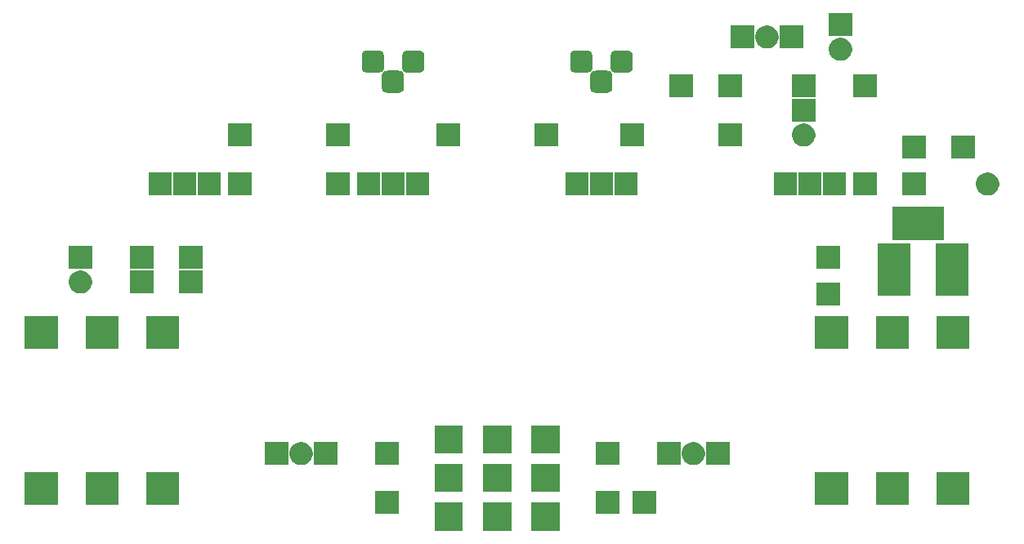
<source format=gbr>
G04 #@! TF.GenerationSoftware,KiCad,Pcbnew,5.1.6-c6e7f7d~87~ubuntu19.10.1*
G04 #@! TF.CreationDate,2022-01-09T17:14:56+06:00*
G04 #@! TF.ProjectId,fuzz_factory_r1d_r1c,66757a7a-5f66-4616-9374-6f72795f7231,MB:1D/PB:1C*
G04 #@! TF.SameCoordinates,Original*
G04 #@! TF.FileFunction,Soldermask,Bot*
G04 #@! TF.FilePolarity,Negative*
%FSLAX46Y46*%
G04 Gerber Fmt 4.6, Leading zero omitted, Abs format (unit mm)*
G04 Created by KiCad (PCBNEW 5.1.6-c6e7f7d~87~ubuntu19.10.1) date 2022-01-09 17:14:56*
%MOMM*%
%LPD*%
G01*
G04 APERTURE LIST*
%ADD10C,0.100000*%
G04 APERTURE END LIST*
D10*
G36*
X153770000Y-141340000D02*
G01*
X150870000Y-141340000D01*
X150870000Y-138440000D01*
X153770000Y-138440000D01*
X153770000Y-141340000D01*
G37*
G36*
X148770000Y-141340000D02*
G01*
X145870000Y-141340000D01*
X145870000Y-138440000D01*
X148770000Y-138440000D01*
X148770000Y-141340000D01*
G37*
G36*
X143770000Y-141340000D02*
G01*
X140870000Y-141340000D01*
X140870000Y-138440000D01*
X143770000Y-138440000D01*
X143770000Y-141340000D01*
G37*
G36*
X137090000Y-139630000D02*
G01*
X134690000Y-139630000D01*
X134690000Y-137230000D01*
X137090000Y-137230000D01*
X137090000Y-139630000D01*
G37*
G36*
X163760000Y-139630000D02*
G01*
X161360000Y-139630000D01*
X161360000Y-137230000D01*
X163760000Y-137230000D01*
X163760000Y-139630000D01*
G37*
G36*
X159950000Y-139630000D02*
G01*
X157550000Y-139630000D01*
X157550000Y-137230000D01*
X159950000Y-137230000D01*
X159950000Y-139630000D01*
G37*
G36*
X183655000Y-138705000D02*
G01*
X180255000Y-138705000D01*
X180255000Y-135305000D01*
X183655000Y-135305000D01*
X183655000Y-138705000D01*
G37*
G36*
X189955000Y-138705000D02*
G01*
X186555000Y-138705000D01*
X186555000Y-135305000D01*
X189955000Y-135305000D01*
X189955000Y-138705000D01*
G37*
G36*
X101785000Y-138705000D02*
G01*
X98385000Y-138705000D01*
X98385000Y-135305000D01*
X101785000Y-135305000D01*
X101785000Y-138705000D01*
G37*
G36*
X108085000Y-138705000D02*
G01*
X104685000Y-138705000D01*
X104685000Y-135305000D01*
X108085000Y-135305000D01*
X108085000Y-138705000D01*
G37*
G36*
X114385000Y-138705000D02*
G01*
X110985000Y-138705000D01*
X110985000Y-135305000D01*
X114385000Y-135305000D01*
X114385000Y-138705000D01*
G37*
G36*
X196255000Y-138705000D02*
G01*
X192855000Y-138705000D01*
X192855000Y-135305000D01*
X196255000Y-135305000D01*
X196255000Y-138705000D01*
G37*
G36*
X153770000Y-137340000D02*
G01*
X150870000Y-137340000D01*
X150870000Y-134440000D01*
X153770000Y-134440000D01*
X153770000Y-137340000D01*
G37*
G36*
X148770000Y-137340000D02*
G01*
X145870000Y-137340000D01*
X145870000Y-134440000D01*
X148770000Y-134440000D01*
X148770000Y-137340000D01*
G37*
G36*
X143770000Y-137340000D02*
G01*
X140870000Y-137340000D01*
X140870000Y-134440000D01*
X143770000Y-134440000D01*
X143770000Y-137340000D01*
G37*
G36*
X166300000Y-134550000D02*
G01*
X163900000Y-134550000D01*
X163900000Y-132150000D01*
X166300000Y-132150000D01*
X166300000Y-134550000D01*
G37*
G36*
X167990025Y-132196115D02*
G01*
X167990028Y-132196116D01*
X167990027Y-132196116D01*
X168208413Y-132286574D01*
X168404955Y-132417899D01*
X168572101Y-132585045D01*
X168703426Y-132781587D01*
X168703427Y-132781589D01*
X168793885Y-132999975D01*
X168840000Y-133231809D01*
X168840000Y-133468191D01*
X168793885Y-133700025D01*
X168793884Y-133700027D01*
X168703426Y-133918413D01*
X168572101Y-134114955D01*
X168404955Y-134282101D01*
X168208413Y-134413426D01*
X168208412Y-134413427D01*
X168208411Y-134413427D01*
X167990025Y-134503885D01*
X167758191Y-134550000D01*
X167521809Y-134550000D01*
X167289975Y-134503885D01*
X167071589Y-134413427D01*
X167071588Y-134413427D01*
X167071587Y-134413426D01*
X166875045Y-134282101D01*
X166707899Y-134114955D01*
X166576574Y-133918413D01*
X166486116Y-133700027D01*
X166486115Y-133700025D01*
X166440000Y-133468191D01*
X166440000Y-133231809D01*
X166486115Y-132999975D01*
X166576573Y-132781589D01*
X166576574Y-132781587D01*
X166707899Y-132585045D01*
X166875045Y-132417899D01*
X167071587Y-132286574D01*
X167289973Y-132196116D01*
X167289972Y-132196116D01*
X167289975Y-132196115D01*
X167521809Y-132150000D01*
X167758191Y-132150000D01*
X167990025Y-132196115D01*
G37*
G36*
X171380000Y-134550000D02*
G01*
X168980000Y-134550000D01*
X168980000Y-132150000D01*
X171380000Y-132150000D01*
X171380000Y-134550000D01*
G37*
G36*
X127350025Y-132196115D02*
G01*
X127350028Y-132196116D01*
X127350027Y-132196116D01*
X127568413Y-132286574D01*
X127764955Y-132417899D01*
X127932101Y-132585045D01*
X128063426Y-132781587D01*
X128063427Y-132781589D01*
X128153885Y-132999975D01*
X128200000Y-133231809D01*
X128200000Y-133468191D01*
X128153885Y-133700025D01*
X128153884Y-133700027D01*
X128063426Y-133918413D01*
X127932101Y-134114955D01*
X127764955Y-134282101D01*
X127568413Y-134413426D01*
X127568412Y-134413427D01*
X127568411Y-134413427D01*
X127350025Y-134503885D01*
X127118191Y-134550000D01*
X126881809Y-134550000D01*
X126649975Y-134503885D01*
X126431589Y-134413427D01*
X126431588Y-134413427D01*
X126431587Y-134413426D01*
X126235045Y-134282101D01*
X126067899Y-134114955D01*
X125936574Y-133918413D01*
X125846116Y-133700027D01*
X125846115Y-133700025D01*
X125800000Y-133468191D01*
X125800000Y-133231809D01*
X125846115Y-132999975D01*
X125936573Y-132781589D01*
X125936574Y-132781587D01*
X126067899Y-132585045D01*
X126235045Y-132417899D01*
X126431587Y-132286574D01*
X126649973Y-132196116D01*
X126649972Y-132196116D01*
X126649975Y-132196115D01*
X126881809Y-132150000D01*
X127118191Y-132150000D01*
X127350025Y-132196115D01*
G37*
G36*
X130740000Y-134550000D02*
G01*
X128340000Y-134550000D01*
X128340000Y-132150000D01*
X130740000Y-132150000D01*
X130740000Y-134550000D01*
G37*
G36*
X137090000Y-134550000D02*
G01*
X134690000Y-134550000D01*
X134690000Y-132150000D01*
X137090000Y-132150000D01*
X137090000Y-134550000D01*
G37*
G36*
X125660000Y-134550000D02*
G01*
X123260000Y-134550000D01*
X123260000Y-132150000D01*
X125660000Y-132150000D01*
X125660000Y-134550000D01*
G37*
G36*
X159950000Y-134550000D02*
G01*
X157550000Y-134550000D01*
X157550000Y-132150000D01*
X159950000Y-132150000D01*
X159950000Y-134550000D01*
G37*
G36*
X148770000Y-133340000D02*
G01*
X145870000Y-133340000D01*
X145870000Y-130440000D01*
X148770000Y-130440000D01*
X148770000Y-133340000D01*
G37*
G36*
X143770000Y-133340000D02*
G01*
X140870000Y-133340000D01*
X140870000Y-130440000D01*
X143770000Y-130440000D01*
X143770000Y-133340000D01*
G37*
G36*
X153770000Y-133340000D02*
G01*
X150870000Y-133340000D01*
X150870000Y-130440000D01*
X153770000Y-130440000D01*
X153770000Y-133340000D01*
G37*
G36*
X196255000Y-122505000D02*
G01*
X192855000Y-122505000D01*
X192855000Y-119105000D01*
X196255000Y-119105000D01*
X196255000Y-122505000D01*
G37*
G36*
X183655000Y-122505000D02*
G01*
X180255000Y-122505000D01*
X180255000Y-119105000D01*
X183655000Y-119105000D01*
X183655000Y-122505000D01*
G37*
G36*
X108085000Y-122505000D02*
G01*
X104685000Y-122505000D01*
X104685000Y-119105000D01*
X108085000Y-119105000D01*
X108085000Y-122505000D01*
G37*
G36*
X101785000Y-122505000D02*
G01*
X98385000Y-122505000D01*
X98385000Y-119105000D01*
X101785000Y-119105000D01*
X101785000Y-122505000D01*
G37*
G36*
X189955000Y-122505000D02*
G01*
X186555000Y-122505000D01*
X186555000Y-119105000D01*
X189955000Y-119105000D01*
X189955000Y-122505000D01*
G37*
G36*
X114385000Y-122505000D02*
G01*
X110985000Y-122505000D01*
X110985000Y-119105000D01*
X114385000Y-119105000D01*
X114385000Y-122505000D01*
G37*
G36*
X182810000Y-118040000D02*
G01*
X180410000Y-118040000D01*
X180410000Y-115640000D01*
X182810000Y-115640000D01*
X182810000Y-118040000D01*
G37*
G36*
X196130000Y-117000000D02*
G01*
X192730000Y-117000000D01*
X192730000Y-111600000D01*
X196130000Y-111600000D01*
X196130000Y-117000000D01*
G37*
G36*
X190130000Y-117000000D02*
G01*
X186730000Y-117000000D01*
X186730000Y-111600000D01*
X190130000Y-111600000D01*
X190130000Y-117000000D01*
G37*
G36*
X116770000Y-116770000D02*
G01*
X114370000Y-116770000D01*
X114370000Y-114370000D01*
X116770000Y-114370000D01*
X116770000Y-116770000D01*
G37*
G36*
X111690000Y-116770000D02*
G01*
X109290000Y-116770000D01*
X109290000Y-114370000D01*
X111690000Y-114370000D01*
X111690000Y-116770000D01*
G37*
G36*
X104490025Y-114416115D02*
G01*
X104490028Y-114416116D01*
X104490027Y-114416116D01*
X104708413Y-114506574D01*
X104904955Y-114637899D01*
X105072101Y-114805045D01*
X105203426Y-115001587D01*
X105203427Y-115001589D01*
X105293885Y-115219975D01*
X105340000Y-115451809D01*
X105340000Y-115688191D01*
X105293885Y-115920025D01*
X105293884Y-115920027D01*
X105203426Y-116138413D01*
X105072101Y-116334955D01*
X104904955Y-116502101D01*
X104708413Y-116633426D01*
X104708412Y-116633427D01*
X104708411Y-116633427D01*
X104490025Y-116723885D01*
X104258191Y-116770000D01*
X104021809Y-116770000D01*
X103789975Y-116723885D01*
X103571589Y-116633427D01*
X103571588Y-116633427D01*
X103571587Y-116633426D01*
X103375045Y-116502101D01*
X103207899Y-116334955D01*
X103076574Y-116138413D01*
X102986116Y-115920027D01*
X102986115Y-115920025D01*
X102940000Y-115688191D01*
X102940000Y-115451809D01*
X102986115Y-115219975D01*
X103076573Y-115001589D01*
X103076574Y-115001587D01*
X103207899Y-114805045D01*
X103375045Y-114637899D01*
X103571587Y-114506574D01*
X103789973Y-114416116D01*
X103789972Y-114416116D01*
X103789975Y-114416115D01*
X104021809Y-114370000D01*
X104258191Y-114370000D01*
X104490025Y-114416115D01*
G37*
G36*
X182810000Y-114230000D02*
G01*
X180410000Y-114230000D01*
X180410000Y-111830000D01*
X182810000Y-111830000D01*
X182810000Y-114230000D01*
G37*
G36*
X105340000Y-114230000D02*
G01*
X102940000Y-114230000D01*
X102940000Y-111830000D01*
X105340000Y-111830000D01*
X105340000Y-114230000D01*
G37*
G36*
X116770000Y-114230000D02*
G01*
X114370000Y-114230000D01*
X114370000Y-111830000D01*
X116770000Y-111830000D01*
X116770000Y-114230000D01*
G37*
G36*
X111690000Y-114230000D02*
G01*
X109290000Y-114230000D01*
X109290000Y-111830000D01*
X111690000Y-111830000D01*
X111690000Y-114230000D01*
G37*
G36*
X193630000Y-111200000D02*
G01*
X188230000Y-111200000D01*
X188230000Y-107800000D01*
X193630000Y-107800000D01*
X193630000Y-111200000D01*
G37*
G36*
X135185000Y-106610000D02*
G01*
X132785000Y-106610000D01*
X132785000Y-104210000D01*
X135185000Y-104210000D01*
X135185000Y-106610000D01*
G37*
G36*
X116135000Y-106610000D02*
G01*
X113735000Y-106610000D01*
X113735000Y-104210000D01*
X116135000Y-104210000D01*
X116135000Y-106610000D01*
G37*
G36*
X198470025Y-104256115D02*
G01*
X198470028Y-104256116D01*
X198470027Y-104256116D01*
X198688413Y-104346574D01*
X198884955Y-104477899D01*
X199052101Y-104645045D01*
X199183426Y-104841587D01*
X199183427Y-104841589D01*
X199273885Y-105059975D01*
X199320000Y-105291809D01*
X199320000Y-105528191D01*
X199273885Y-105760025D01*
X199273884Y-105760027D01*
X199183426Y-105978413D01*
X199052101Y-106174955D01*
X198884955Y-106342101D01*
X198688413Y-106473426D01*
X198688412Y-106473427D01*
X198688411Y-106473427D01*
X198470025Y-106563885D01*
X198238191Y-106610000D01*
X198001809Y-106610000D01*
X197769975Y-106563885D01*
X197551589Y-106473427D01*
X197551588Y-106473427D01*
X197551587Y-106473426D01*
X197355045Y-106342101D01*
X197187899Y-106174955D01*
X197056574Y-105978413D01*
X196966116Y-105760027D01*
X196966115Y-105760025D01*
X196920000Y-105528191D01*
X196920000Y-105291809D01*
X196966115Y-105059975D01*
X197056573Y-104841589D01*
X197056574Y-104841587D01*
X197187899Y-104645045D01*
X197355045Y-104477899D01*
X197551587Y-104346574D01*
X197769973Y-104256116D01*
X197769972Y-104256116D01*
X197769975Y-104256115D01*
X198001809Y-104210000D01*
X198238191Y-104210000D01*
X198470025Y-104256115D01*
G37*
G36*
X183445000Y-106610000D02*
G01*
X181045000Y-106610000D01*
X181045000Y-104210000D01*
X183445000Y-104210000D01*
X183445000Y-106610000D01*
G37*
G36*
X186620000Y-106610000D02*
G01*
X184220000Y-106610000D01*
X184220000Y-104210000D01*
X186620000Y-104210000D01*
X186620000Y-106610000D01*
G37*
G36*
X118675000Y-106610000D02*
G01*
X116275000Y-106610000D01*
X116275000Y-104210000D01*
X118675000Y-104210000D01*
X118675000Y-106610000D01*
G37*
G36*
X191700000Y-106610000D02*
G01*
X189300000Y-106610000D01*
X189300000Y-104210000D01*
X191700000Y-104210000D01*
X191700000Y-106610000D01*
G37*
G36*
X113595000Y-106610000D02*
G01*
X111195000Y-106610000D01*
X111195000Y-104210000D01*
X113595000Y-104210000D01*
X113595000Y-106610000D01*
G37*
G36*
X121850000Y-106610000D02*
G01*
X119450000Y-106610000D01*
X119450000Y-104210000D01*
X121850000Y-104210000D01*
X121850000Y-106610000D01*
G37*
G36*
X132010000Y-106610000D02*
G01*
X129610000Y-106610000D01*
X129610000Y-104210000D01*
X132010000Y-104210000D01*
X132010000Y-106610000D01*
G37*
G36*
X180905000Y-106610000D02*
G01*
X178505000Y-106610000D01*
X178505000Y-104210000D01*
X180905000Y-104210000D01*
X180905000Y-106610000D01*
G37*
G36*
X178365000Y-106610000D02*
G01*
X175965000Y-106610000D01*
X175965000Y-104210000D01*
X178365000Y-104210000D01*
X178365000Y-106610000D01*
G37*
G36*
X161855000Y-106610000D02*
G01*
X159455000Y-106610000D01*
X159455000Y-104210000D01*
X161855000Y-104210000D01*
X161855000Y-106610000D01*
G37*
G36*
X159315000Y-106610000D02*
G01*
X156915000Y-106610000D01*
X156915000Y-104210000D01*
X159315000Y-104210000D01*
X159315000Y-106610000D01*
G37*
G36*
X156775000Y-106610000D02*
G01*
X154375000Y-106610000D01*
X154375000Y-104210000D01*
X156775000Y-104210000D01*
X156775000Y-106610000D01*
G37*
G36*
X140265000Y-106610000D02*
G01*
X137865000Y-106610000D01*
X137865000Y-104210000D01*
X140265000Y-104210000D01*
X140265000Y-106610000D01*
G37*
G36*
X137725000Y-106610000D02*
G01*
X135325000Y-106610000D01*
X135325000Y-104210000D01*
X137725000Y-104210000D01*
X137725000Y-106610000D01*
G37*
G36*
X196780000Y-102800000D02*
G01*
X194380000Y-102800000D01*
X194380000Y-100400000D01*
X196780000Y-100400000D01*
X196780000Y-102800000D01*
G37*
G36*
X191700000Y-102800000D02*
G01*
X189300000Y-102800000D01*
X189300000Y-100400000D01*
X191700000Y-100400000D01*
X191700000Y-102800000D01*
G37*
G36*
X179420025Y-99176115D02*
G01*
X179420028Y-99176116D01*
X179420027Y-99176116D01*
X179638413Y-99266574D01*
X179834955Y-99397899D01*
X180002101Y-99565045D01*
X180133426Y-99761587D01*
X180133427Y-99761589D01*
X180223885Y-99979975D01*
X180270000Y-100211809D01*
X180270000Y-100448191D01*
X180223885Y-100680025D01*
X180223884Y-100680027D01*
X180133426Y-100898413D01*
X180002101Y-101094955D01*
X179834955Y-101262101D01*
X179638413Y-101393426D01*
X179638412Y-101393427D01*
X179638411Y-101393427D01*
X179420025Y-101483885D01*
X179188191Y-101530000D01*
X178951809Y-101530000D01*
X178719975Y-101483885D01*
X178501589Y-101393427D01*
X178501588Y-101393427D01*
X178501587Y-101393426D01*
X178305045Y-101262101D01*
X178137899Y-101094955D01*
X178006574Y-100898413D01*
X177916116Y-100680027D01*
X177916115Y-100680025D01*
X177870000Y-100448191D01*
X177870000Y-100211809D01*
X177916115Y-99979975D01*
X178006573Y-99761589D01*
X178006574Y-99761587D01*
X178137899Y-99565045D01*
X178305045Y-99397899D01*
X178501587Y-99266574D01*
X178719973Y-99176116D01*
X178719972Y-99176116D01*
X178719975Y-99176115D01*
X178951809Y-99130000D01*
X179188191Y-99130000D01*
X179420025Y-99176115D01*
G37*
G36*
X153600000Y-101530000D02*
G01*
X151200000Y-101530000D01*
X151200000Y-99130000D01*
X153600000Y-99130000D01*
X153600000Y-101530000D01*
G37*
G36*
X121850000Y-101530000D02*
G01*
X119450000Y-101530000D01*
X119450000Y-99130000D01*
X121850000Y-99130000D01*
X121850000Y-101530000D01*
G37*
G36*
X162490000Y-101530000D02*
G01*
X160090000Y-101530000D01*
X160090000Y-99130000D01*
X162490000Y-99130000D01*
X162490000Y-101530000D01*
G37*
G36*
X132010000Y-101530000D02*
G01*
X129610000Y-101530000D01*
X129610000Y-99130000D01*
X132010000Y-99130000D01*
X132010000Y-101530000D01*
G37*
G36*
X172650000Y-101530000D02*
G01*
X170250000Y-101530000D01*
X170250000Y-99130000D01*
X172650000Y-99130000D01*
X172650000Y-101530000D01*
G37*
G36*
X143440000Y-101530000D02*
G01*
X141040000Y-101530000D01*
X141040000Y-99130000D01*
X143440000Y-99130000D01*
X143440000Y-101530000D01*
G37*
G36*
X180270000Y-98990000D02*
G01*
X177870000Y-98990000D01*
X177870000Y-96590000D01*
X180270000Y-96590000D01*
X180270000Y-98990000D01*
G37*
G36*
X172650000Y-96450000D02*
G01*
X170250000Y-96450000D01*
X170250000Y-94050000D01*
X172650000Y-94050000D01*
X172650000Y-96450000D01*
G37*
G36*
X180270000Y-96450000D02*
G01*
X177870000Y-96450000D01*
X177870000Y-94050000D01*
X180270000Y-94050000D01*
X180270000Y-96450000D01*
G37*
G36*
X186620000Y-96450000D02*
G01*
X184220000Y-96450000D01*
X184220000Y-94050000D01*
X186620000Y-94050000D01*
X186620000Y-96450000D01*
G37*
G36*
X167570000Y-96450000D02*
G01*
X165170000Y-96450000D01*
X165170000Y-94050000D01*
X167570000Y-94050000D01*
X167570000Y-96450000D01*
G37*
G36*
X137232252Y-93670805D02*
G01*
X137335385Y-93702090D01*
X137430427Y-93752891D01*
X137513737Y-93821263D01*
X137582109Y-93904573D01*
X137632910Y-93999615D01*
X137664195Y-94102748D01*
X137675000Y-94212454D01*
X137675000Y-95407546D01*
X137664195Y-95517252D01*
X137632910Y-95620385D01*
X137582109Y-95715427D01*
X137513737Y-95798737D01*
X137430427Y-95867109D01*
X137335385Y-95917910D01*
X137232252Y-95949195D01*
X137122546Y-95960000D01*
X135927454Y-95960000D01*
X135817748Y-95949195D01*
X135714615Y-95917910D01*
X135619573Y-95867109D01*
X135536263Y-95798737D01*
X135467891Y-95715427D01*
X135417090Y-95620385D01*
X135385805Y-95517252D01*
X135375000Y-95407546D01*
X135375000Y-94212454D01*
X135385805Y-94102748D01*
X135417090Y-93999615D01*
X135467891Y-93904573D01*
X135536263Y-93821263D01*
X135619573Y-93752891D01*
X135714615Y-93702090D01*
X135817748Y-93670805D01*
X135927454Y-93660000D01*
X137122546Y-93660000D01*
X137232252Y-93670805D01*
G37*
G36*
X158822252Y-93670805D02*
G01*
X158925385Y-93702090D01*
X159020427Y-93752891D01*
X159103737Y-93821263D01*
X159172109Y-93904573D01*
X159222910Y-93999615D01*
X159254195Y-94102748D01*
X159265000Y-94212454D01*
X159265000Y-95407546D01*
X159254195Y-95517252D01*
X159222910Y-95620385D01*
X159172109Y-95715427D01*
X159103737Y-95798737D01*
X159020427Y-95867109D01*
X158925385Y-95917910D01*
X158822252Y-95949195D01*
X158712546Y-95960000D01*
X157517454Y-95960000D01*
X157407748Y-95949195D01*
X157304615Y-95917910D01*
X157209573Y-95867109D01*
X157126263Y-95798737D01*
X157057891Y-95715427D01*
X157007090Y-95620385D01*
X156975805Y-95517252D01*
X156965000Y-95407546D01*
X156965000Y-94212454D01*
X156975805Y-94102748D01*
X157007090Y-93999615D01*
X157057891Y-93904573D01*
X157126263Y-93821263D01*
X157209573Y-93752891D01*
X157304615Y-93702090D01*
X157407748Y-93670805D01*
X157517454Y-93660000D01*
X158712546Y-93660000D01*
X158822252Y-93670805D01*
G37*
G36*
X135132252Y-91570805D02*
G01*
X135235385Y-91602090D01*
X135330427Y-91652891D01*
X135413737Y-91721263D01*
X135482109Y-91804573D01*
X135532910Y-91899615D01*
X135564195Y-92002748D01*
X135575000Y-92112454D01*
X135575000Y-93307546D01*
X135564195Y-93417252D01*
X135532910Y-93520385D01*
X135482109Y-93615427D01*
X135413737Y-93698737D01*
X135330427Y-93767109D01*
X135235385Y-93817910D01*
X135132252Y-93849195D01*
X135022546Y-93860000D01*
X133827454Y-93860000D01*
X133717748Y-93849195D01*
X133614615Y-93817910D01*
X133519573Y-93767109D01*
X133436263Y-93698737D01*
X133367891Y-93615427D01*
X133317090Y-93520385D01*
X133285805Y-93417252D01*
X133275000Y-93307546D01*
X133275000Y-92112454D01*
X133285805Y-92002748D01*
X133317090Y-91899615D01*
X133367891Y-91804573D01*
X133436263Y-91721263D01*
X133519573Y-91652891D01*
X133614615Y-91602090D01*
X133717748Y-91570805D01*
X133827454Y-91560000D01*
X135022546Y-91560000D01*
X135132252Y-91570805D01*
G37*
G36*
X139332252Y-91570805D02*
G01*
X139435385Y-91602090D01*
X139530427Y-91652891D01*
X139613737Y-91721263D01*
X139682109Y-91804573D01*
X139732910Y-91899615D01*
X139764195Y-92002748D01*
X139775000Y-92112454D01*
X139775000Y-93307546D01*
X139764195Y-93417252D01*
X139732910Y-93520385D01*
X139682109Y-93615427D01*
X139613737Y-93698737D01*
X139530427Y-93767109D01*
X139435385Y-93817910D01*
X139332252Y-93849195D01*
X139222546Y-93860000D01*
X138027454Y-93860000D01*
X137917748Y-93849195D01*
X137814615Y-93817910D01*
X137719573Y-93767109D01*
X137636263Y-93698737D01*
X137567891Y-93615427D01*
X137517090Y-93520385D01*
X137485805Y-93417252D01*
X137475000Y-93307546D01*
X137475000Y-92112454D01*
X137485805Y-92002748D01*
X137517090Y-91899615D01*
X137567891Y-91804573D01*
X137636263Y-91721263D01*
X137719573Y-91652891D01*
X137814615Y-91602090D01*
X137917748Y-91570805D01*
X138027454Y-91560000D01*
X139222546Y-91560000D01*
X139332252Y-91570805D01*
G37*
G36*
X156722252Y-91570805D02*
G01*
X156825385Y-91602090D01*
X156920427Y-91652891D01*
X157003737Y-91721263D01*
X157072109Y-91804573D01*
X157122910Y-91899615D01*
X157154195Y-92002748D01*
X157165000Y-92112454D01*
X157165000Y-93307546D01*
X157154195Y-93417252D01*
X157122910Y-93520385D01*
X157072109Y-93615427D01*
X157003737Y-93698737D01*
X156920427Y-93767109D01*
X156825385Y-93817910D01*
X156722252Y-93849195D01*
X156612546Y-93860000D01*
X155417454Y-93860000D01*
X155307748Y-93849195D01*
X155204615Y-93817910D01*
X155109573Y-93767109D01*
X155026263Y-93698737D01*
X154957891Y-93615427D01*
X154907090Y-93520385D01*
X154875805Y-93417252D01*
X154865000Y-93307546D01*
X154865000Y-92112454D01*
X154875805Y-92002748D01*
X154907090Y-91899615D01*
X154957891Y-91804573D01*
X155026263Y-91721263D01*
X155109573Y-91652891D01*
X155204615Y-91602090D01*
X155307748Y-91570805D01*
X155417454Y-91560000D01*
X156612546Y-91560000D01*
X156722252Y-91570805D01*
G37*
G36*
X160922252Y-91570805D02*
G01*
X161025385Y-91602090D01*
X161120427Y-91652891D01*
X161203737Y-91721263D01*
X161272109Y-91804573D01*
X161322910Y-91899615D01*
X161354195Y-92002748D01*
X161365000Y-92112454D01*
X161365000Y-93307546D01*
X161354195Y-93417252D01*
X161322910Y-93520385D01*
X161272109Y-93615427D01*
X161203737Y-93698737D01*
X161120427Y-93767109D01*
X161025385Y-93817910D01*
X160922252Y-93849195D01*
X160812546Y-93860000D01*
X159617454Y-93860000D01*
X159507748Y-93849195D01*
X159404615Y-93817910D01*
X159309573Y-93767109D01*
X159226263Y-93698737D01*
X159157891Y-93615427D01*
X159107090Y-93520385D01*
X159075805Y-93417252D01*
X159065000Y-93307546D01*
X159065000Y-92112454D01*
X159075805Y-92002748D01*
X159107090Y-91899615D01*
X159157891Y-91804573D01*
X159226263Y-91721263D01*
X159309573Y-91652891D01*
X159404615Y-91602090D01*
X159507748Y-91570805D01*
X159617454Y-91560000D01*
X160812546Y-91560000D01*
X160922252Y-91570805D01*
G37*
G36*
X183230025Y-90286115D02*
G01*
X183235037Y-90288191D01*
X183448413Y-90376574D01*
X183644955Y-90507899D01*
X183812101Y-90675045D01*
X183854442Y-90738413D01*
X183943427Y-90871589D01*
X184033885Y-91089975D01*
X184080000Y-91321809D01*
X184080000Y-91558191D01*
X184033885Y-91790025D01*
X183982137Y-91914957D01*
X183943426Y-92008413D01*
X183812101Y-92204955D01*
X183644955Y-92372101D01*
X183448413Y-92503426D01*
X183448412Y-92503427D01*
X183448411Y-92503427D01*
X183230025Y-92593885D01*
X182998191Y-92640000D01*
X182761809Y-92640000D01*
X182529975Y-92593885D01*
X182311589Y-92503427D01*
X182311588Y-92503427D01*
X182311587Y-92503426D01*
X182115045Y-92372101D01*
X181947899Y-92204955D01*
X181816574Y-92008413D01*
X181777863Y-91914957D01*
X181726115Y-91790025D01*
X181680000Y-91558191D01*
X181680000Y-91321809D01*
X181726115Y-91089975D01*
X181816573Y-90871589D01*
X181905558Y-90738413D01*
X181947899Y-90675045D01*
X182115045Y-90507899D01*
X182311587Y-90376574D01*
X182524963Y-90288191D01*
X182529975Y-90286115D01*
X182761809Y-90240000D01*
X182998191Y-90240000D01*
X183230025Y-90286115D01*
G37*
G36*
X179000000Y-91370000D02*
G01*
X176600000Y-91370000D01*
X176600000Y-88970000D01*
X179000000Y-88970000D01*
X179000000Y-91370000D01*
G37*
G36*
X175610025Y-89016115D02*
G01*
X175610028Y-89016116D01*
X175610027Y-89016116D01*
X175828413Y-89106574D01*
X176024955Y-89237899D01*
X176192101Y-89405045D01*
X176323426Y-89601587D01*
X176323427Y-89601589D01*
X176413885Y-89819975D01*
X176460000Y-90051809D01*
X176460000Y-90288191D01*
X176413885Y-90520025D01*
X176323427Y-90738411D01*
X176323426Y-90738413D01*
X176192101Y-90934955D01*
X176024955Y-91102101D01*
X175828413Y-91233426D01*
X175828412Y-91233427D01*
X175828411Y-91233427D01*
X175610025Y-91323885D01*
X175378191Y-91370000D01*
X175141809Y-91370000D01*
X174909975Y-91323885D01*
X174691589Y-91233427D01*
X174691588Y-91233427D01*
X174691587Y-91233426D01*
X174495045Y-91102101D01*
X174327899Y-90934955D01*
X174196574Y-90738413D01*
X174196573Y-90738411D01*
X174106115Y-90520025D01*
X174060000Y-90288191D01*
X174060000Y-90051809D01*
X174106115Y-89819975D01*
X174196573Y-89601589D01*
X174196574Y-89601587D01*
X174327899Y-89405045D01*
X174495045Y-89237899D01*
X174691587Y-89106574D01*
X174909973Y-89016116D01*
X174909972Y-89016116D01*
X174909975Y-89016115D01*
X175141809Y-88970000D01*
X175378191Y-88970000D01*
X175610025Y-89016115D01*
G37*
G36*
X173920000Y-91370000D02*
G01*
X171520000Y-91370000D01*
X171520000Y-88970000D01*
X173920000Y-88970000D01*
X173920000Y-91370000D01*
G37*
G36*
X184080000Y-90100000D02*
G01*
X181680000Y-90100000D01*
X181680000Y-87700000D01*
X184080000Y-87700000D01*
X184080000Y-90100000D01*
G37*
M02*

</source>
